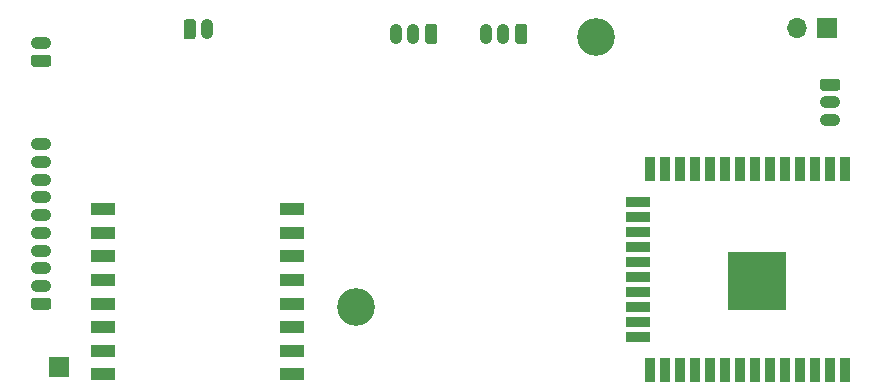
<source format=gbr>
G04 #@! TF.GenerationSoftware,KiCad,Pcbnew,(5.1.9)-1*
G04 #@! TF.CreationDate,2021-02-09T21:00:10+02:00*
G04 #@! TF.ProjectId,jantteri-main,6a616e74-7465-4726-992d-6d61696e2e6b,rev?*
G04 #@! TF.SameCoordinates,Original*
G04 #@! TF.FileFunction,Soldermask,Bot*
G04 #@! TF.FilePolarity,Negative*
%FSLAX46Y46*%
G04 Gerber Fmt 4.6, Leading zero omitted, Abs format (unit mm)*
G04 Created by KiCad (PCBNEW (5.1.9)-1) date 2021-02-09 21:00:10*
%MOMM*%
%LPD*%
G01*
G04 APERTURE LIST*
%ADD10C,3.200000*%
%ADD11R,5.000000X5.000000*%
%ADD12R,0.900000X2.000000*%
%ADD13R,2.000000X0.900000*%
%ADD14R,1.700000X1.700000*%
%ADD15O,1.700000X1.700000*%
%ADD16R,2.000000X1.000000*%
%ADD17O,1.730000X1.030000*%
%ADD18O,1.030000X1.730000*%
G04 APERTURE END LIST*
D10*
X168402000Y-77470000D03*
X188722000Y-54610000D03*
D11*
X202304000Y-75311000D03*
D12*
X209804000Y-82811000D03*
X208534000Y-82811000D03*
X207264000Y-82811000D03*
X205994000Y-82811000D03*
X204724000Y-82811000D03*
X203454000Y-82811000D03*
X202184000Y-82811000D03*
X200914000Y-82811000D03*
X199644000Y-82811000D03*
X198374000Y-82811000D03*
X197104000Y-82811000D03*
X195834000Y-82811000D03*
X194564000Y-82811000D03*
X193294000Y-82811000D03*
D13*
X192294000Y-80026000D03*
X192294000Y-78756000D03*
X192294000Y-77486000D03*
X192294000Y-76216000D03*
X192294000Y-74946000D03*
X192294000Y-73676000D03*
X192294000Y-72406000D03*
X192294000Y-71136000D03*
X192294000Y-69866000D03*
X192294000Y-68596000D03*
D12*
X193294000Y-65811000D03*
X194564000Y-65811000D03*
X195834000Y-65811000D03*
X197104000Y-65811000D03*
X198374000Y-65811000D03*
X199644000Y-65811000D03*
X200914000Y-65811000D03*
X202184000Y-65811000D03*
X203454000Y-65811000D03*
X204724000Y-65811000D03*
X205994000Y-65811000D03*
X207264000Y-65811000D03*
X208534000Y-65811000D03*
X209804000Y-65811000D03*
D14*
X208280000Y-53848000D03*
D15*
X205740000Y-53848000D03*
D14*
X143256000Y-82550000D03*
D16*
X162940000Y-69200000D03*
X162940000Y-71200000D03*
X162940000Y-73200000D03*
X162940000Y-75200000D03*
X162940000Y-77200000D03*
X162940000Y-79200000D03*
X162940000Y-81200000D03*
X162940000Y-83200000D03*
X146940000Y-83200000D03*
X146940000Y-81200000D03*
X146940000Y-79200000D03*
X146940000Y-77200000D03*
X146940000Y-75200000D03*
X146940000Y-73200000D03*
X146940000Y-71200000D03*
X146940000Y-69200000D03*
D17*
X208534000Y-61674000D03*
X208534000Y-60174000D03*
G36*
G01*
X207918999Y-58159000D02*
X209149001Y-58159000D01*
G75*
G02*
X209399000Y-58408999I0J-249999D01*
G01*
X209399000Y-58939001D01*
G75*
G02*
X209149001Y-59189000I-249999J0D01*
G01*
X207918999Y-59189000D01*
G75*
G02*
X207669000Y-58939001I0J249999D01*
G01*
X207669000Y-58408999D01*
G75*
G02*
X207918999Y-58159000I249999J0D01*
G01*
G37*
D18*
X155805000Y-53975000D03*
G36*
G01*
X153790000Y-54590001D02*
X153790000Y-53359999D01*
G75*
G02*
X154039999Y-53110000I249999J0D01*
G01*
X154570001Y-53110000D01*
G75*
G02*
X154820000Y-53359999I0J-249999D01*
G01*
X154820000Y-54590001D01*
G75*
G02*
X154570001Y-54840000I-249999J0D01*
G01*
X154039999Y-54840000D01*
G75*
G02*
X153790000Y-54590001I0J249999D01*
G01*
G37*
G36*
G01*
X182887000Y-53740999D02*
X182887000Y-54971001D01*
G75*
G02*
X182637001Y-55221000I-249999J0D01*
G01*
X182106999Y-55221000D01*
G75*
G02*
X181857000Y-54971001I0J249999D01*
G01*
X181857000Y-53740999D01*
G75*
G02*
X182106999Y-53491000I249999J0D01*
G01*
X182637001Y-53491000D01*
G75*
G02*
X182887000Y-53740999I0J-249999D01*
G01*
G37*
X180872000Y-54356000D03*
X179372000Y-54356000D03*
G36*
G01*
X175267000Y-53740999D02*
X175267000Y-54971001D01*
G75*
G02*
X175017001Y-55221000I-249999J0D01*
G01*
X174486999Y-55221000D01*
G75*
G02*
X174237000Y-54971001I0J249999D01*
G01*
X174237000Y-53740999D01*
G75*
G02*
X174486999Y-53491000I249999J0D01*
G01*
X175017001Y-53491000D01*
G75*
G02*
X175267000Y-53740999I0J-249999D01*
G01*
G37*
X173252000Y-54356000D03*
X171752000Y-54356000D03*
G36*
G01*
X142347001Y-57157000D02*
X141116999Y-57157000D01*
G75*
G02*
X140867000Y-56907001I0J249999D01*
G01*
X140867000Y-56376999D01*
G75*
G02*
X141116999Y-56127000I249999J0D01*
G01*
X142347001Y-56127000D01*
G75*
G02*
X142597000Y-56376999I0J-249999D01*
G01*
X142597000Y-56907001D01*
G75*
G02*
X142347001Y-57157000I-249999J0D01*
G01*
G37*
D17*
X141732000Y-55142000D03*
G36*
G01*
X142347001Y-77731000D02*
X141116999Y-77731000D01*
G75*
G02*
X140867000Y-77481001I0J249999D01*
G01*
X140867000Y-76950999D01*
G75*
G02*
X141116999Y-76701000I249999J0D01*
G01*
X142347001Y-76701000D01*
G75*
G02*
X142597000Y-76950999I0J-249999D01*
G01*
X142597000Y-77481001D01*
G75*
G02*
X142347001Y-77731000I-249999J0D01*
G01*
G37*
X141732000Y-75716000D03*
X141732000Y-74216000D03*
X141732000Y-72716000D03*
X141732000Y-71216000D03*
X141732000Y-69716000D03*
X141732000Y-68216000D03*
X141732000Y-66716000D03*
X141732000Y-65216000D03*
X141732000Y-63716000D03*
M02*

</source>
